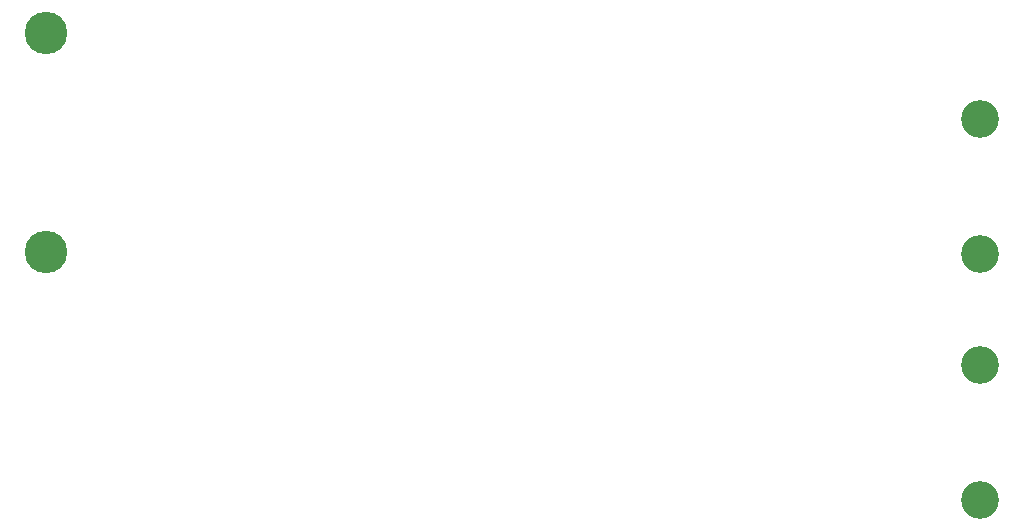
<source format=gbr>
%TF.GenerationSoftware,KiCad,Pcbnew,5.1.7+dfsg1-1~bpo10+1*%
%TF.CreationDate,2021-01-05T11:32:17+00:00*%
%TF.ProjectId,MCB19,4d434231-392e-46b6-9963-61645f706362,rev?*%
%TF.SameCoordinates,Original*%
%TF.FileFunction,NonPlated,1,2,NPTH,Drill*%
%TF.FilePolarity,Positive*%
%FSLAX46Y46*%
G04 Gerber Fmt 4.6, Leading zero omitted, Abs format (unit mm)*
G04 Created by KiCad (PCBNEW 5.1.7+dfsg1-1~bpo10+1) date 2021-01-05 11:32:17*
%MOMM*%
%LPD*%
G01*
G04 APERTURE LIST*
%TA.AperFunction,ComponentDrill*%
%ADD10C,3.200000*%
%TD*%
%TA.AperFunction,ComponentDrill*%
%ADD11C,3.600000*%
%TD*%
G04 APERTURE END LIST*
D10*
%TO.C,J602*%
X214978000Y-95556000D03*
X214978000Y-106986000D03*
%TO.C,J601*%
X214974000Y-74701000D03*
X214974000Y-86131000D03*
D11*
%TO.C,Q602*%
X135860000Y-85950000D03*
%TO.C,Q601*%
X135860000Y-67450000D03*
M02*

</source>
